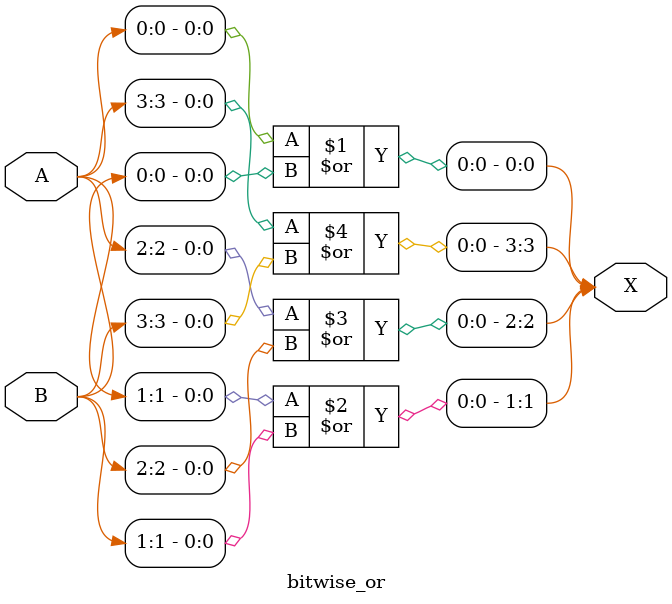
<source format=v>
module bitwise_or(
  input [3:0] A,
  input [3:0] B,
  output [3:0] X
);
  assign X[0]=A[0] | B[0]; 
  assign X[1]=A[1] | B[1];
  assign X[2]=A[2] | B[2];
  assign X[3]=A[3] | B[3];
endmodule  
</source>
